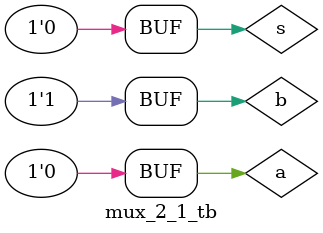
<source format=v>
module mux_2_1(y,s,a,b);
input a,b,s;
output y;
wire s_bar,p,q;
nand_not n1(s_bar,s);
nand_and n2(p,s_bar,a);
nand_and n3(q,s,b);

nand_or n4(y,p,q);
endmodule

//test

module mux_2_1_tb;
reg s,a,b;
wire y;
mux_2_1 n1(y,s,a,b);
initial
begin
	s=1;
	a=0; b=1; #10;
	s=0;
	a=0; b=1; #10;
end
endmodule

</source>
